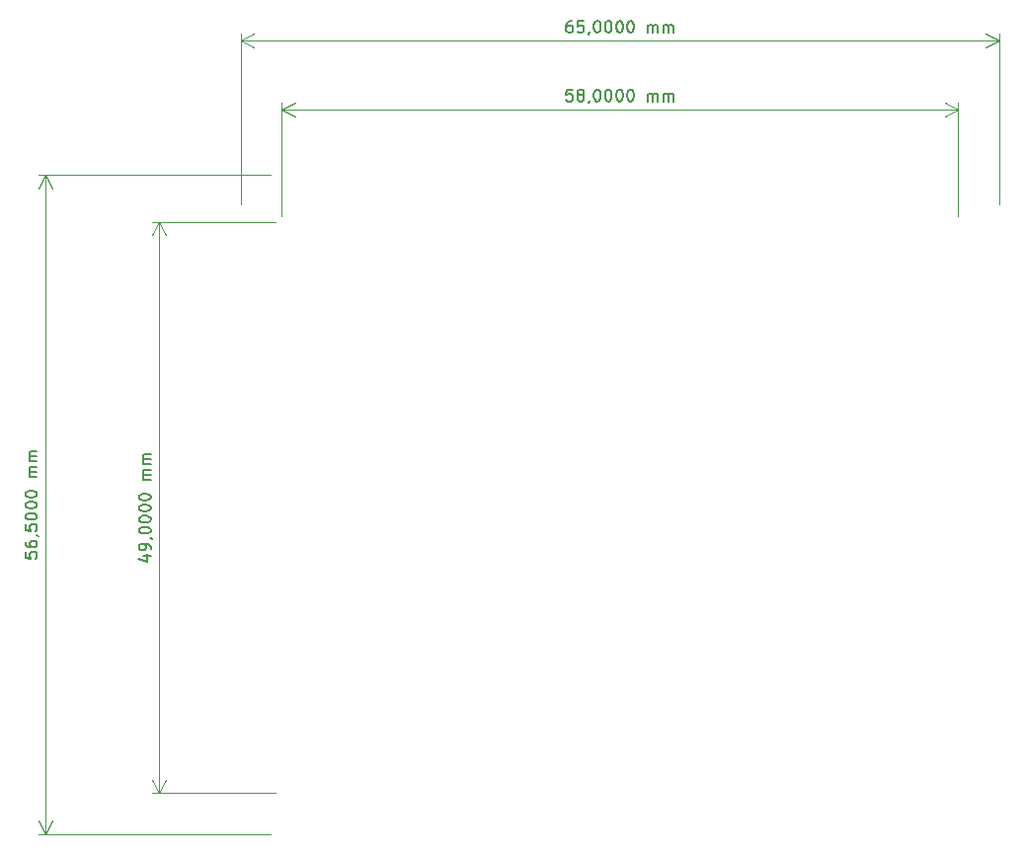
<source format=gbr>
G04 #@! TF.GenerationSoftware,KiCad,Pcbnew,8.0.6-8.0.6-0~ubuntu22.04.1*
G04 #@! TF.CreationDate,2024-11-13T10:01:41+01:00*
G04 #@! TF.ProjectId,INA228_hat,494e4132-3238-45f6-9861-742e6b696361,rev?*
G04 #@! TF.SameCoordinates,Original*
G04 #@! TF.FileFunction,OtherDrawing,Comment*
%FSLAX46Y46*%
G04 Gerber Fmt 4.6, Leading zero omitted, Abs format (unit mm)*
G04 Created by KiCad (PCBNEW 8.0.6-8.0.6-0~ubuntu22.04.1) date 2024-11-13 10:01:41*
%MOMM*%
%LPD*%
G01*
G04 APERTURE LIST*
%ADD10C,0.150000*%
%ADD11C,0.100000*%
G04 APERTURE END LIST*
D10*
X91588152Y-76142856D02*
X92254819Y-76142856D01*
X91207200Y-76380951D02*
X91921485Y-76619046D01*
X91921485Y-76619046D02*
X91921485Y-75999999D01*
X92254819Y-75571427D02*
X92254819Y-75380951D01*
X92254819Y-75380951D02*
X92207200Y-75285713D01*
X92207200Y-75285713D02*
X92159580Y-75238094D01*
X92159580Y-75238094D02*
X92016723Y-75142856D01*
X92016723Y-75142856D02*
X91826247Y-75095237D01*
X91826247Y-75095237D02*
X91445295Y-75095237D01*
X91445295Y-75095237D02*
X91350057Y-75142856D01*
X91350057Y-75142856D02*
X91302438Y-75190475D01*
X91302438Y-75190475D02*
X91254819Y-75285713D01*
X91254819Y-75285713D02*
X91254819Y-75476189D01*
X91254819Y-75476189D02*
X91302438Y-75571427D01*
X91302438Y-75571427D02*
X91350057Y-75619046D01*
X91350057Y-75619046D02*
X91445295Y-75666665D01*
X91445295Y-75666665D02*
X91683390Y-75666665D01*
X91683390Y-75666665D02*
X91778628Y-75619046D01*
X91778628Y-75619046D02*
X91826247Y-75571427D01*
X91826247Y-75571427D02*
X91873866Y-75476189D01*
X91873866Y-75476189D02*
X91873866Y-75285713D01*
X91873866Y-75285713D02*
X91826247Y-75190475D01*
X91826247Y-75190475D02*
X91778628Y-75142856D01*
X91778628Y-75142856D02*
X91683390Y-75095237D01*
X92207200Y-74619046D02*
X92254819Y-74619046D01*
X92254819Y-74619046D02*
X92350057Y-74666665D01*
X92350057Y-74666665D02*
X92397676Y-74714284D01*
X91254819Y-73999999D02*
X91254819Y-73904761D01*
X91254819Y-73904761D02*
X91302438Y-73809523D01*
X91302438Y-73809523D02*
X91350057Y-73761904D01*
X91350057Y-73761904D02*
X91445295Y-73714285D01*
X91445295Y-73714285D02*
X91635771Y-73666666D01*
X91635771Y-73666666D02*
X91873866Y-73666666D01*
X91873866Y-73666666D02*
X92064342Y-73714285D01*
X92064342Y-73714285D02*
X92159580Y-73761904D01*
X92159580Y-73761904D02*
X92207200Y-73809523D01*
X92207200Y-73809523D02*
X92254819Y-73904761D01*
X92254819Y-73904761D02*
X92254819Y-73999999D01*
X92254819Y-73999999D02*
X92207200Y-74095237D01*
X92207200Y-74095237D02*
X92159580Y-74142856D01*
X92159580Y-74142856D02*
X92064342Y-74190475D01*
X92064342Y-74190475D02*
X91873866Y-74238094D01*
X91873866Y-74238094D02*
X91635771Y-74238094D01*
X91635771Y-74238094D02*
X91445295Y-74190475D01*
X91445295Y-74190475D02*
X91350057Y-74142856D01*
X91350057Y-74142856D02*
X91302438Y-74095237D01*
X91302438Y-74095237D02*
X91254819Y-73999999D01*
X91254819Y-73047618D02*
X91254819Y-72952380D01*
X91254819Y-72952380D02*
X91302438Y-72857142D01*
X91302438Y-72857142D02*
X91350057Y-72809523D01*
X91350057Y-72809523D02*
X91445295Y-72761904D01*
X91445295Y-72761904D02*
X91635771Y-72714285D01*
X91635771Y-72714285D02*
X91873866Y-72714285D01*
X91873866Y-72714285D02*
X92064342Y-72761904D01*
X92064342Y-72761904D02*
X92159580Y-72809523D01*
X92159580Y-72809523D02*
X92207200Y-72857142D01*
X92207200Y-72857142D02*
X92254819Y-72952380D01*
X92254819Y-72952380D02*
X92254819Y-73047618D01*
X92254819Y-73047618D02*
X92207200Y-73142856D01*
X92207200Y-73142856D02*
X92159580Y-73190475D01*
X92159580Y-73190475D02*
X92064342Y-73238094D01*
X92064342Y-73238094D02*
X91873866Y-73285713D01*
X91873866Y-73285713D02*
X91635771Y-73285713D01*
X91635771Y-73285713D02*
X91445295Y-73238094D01*
X91445295Y-73238094D02*
X91350057Y-73190475D01*
X91350057Y-73190475D02*
X91302438Y-73142856D01*
X91302438Y-73142856D02*
X91254819Y-73047618D01*
X91254819Y-72095237D02*
X91254819Y-71999999D01*
X91254819Y-71999999D02*
X91302438Y-71904761D01*
X91302438Y-71904761D02*
X91350057Y-71857142D01*
X91350057Y-71857142D02*
X91445295Y-71809523D01*
X91445295Y-71809523D02*
X91635771Y-71761904D01*
X91635771Y-71761904D02*
X91873866Y-71761904D01*
X91873866Y-71761904D02*
X92064342Y-71809523D01*
X92064342Y-71809523D02*
X92159580Y-71857142D01*
X92159580Y-71857142D02*
X92207200Y-71904761D01*
X92207200Y-71904761D02*
X92254819Y-71999999D01*
X92254819Y-71999999D02*
X92254819Y-72095237D01*
X92254819Y-72095237D02*
X92207200Y-72190475D01*
X92207200Y-72190475D02*
X92159580Y-72238094D01*
X92159580Y-72238094D02*
X92064342Y-72285713D01*
X92064342Y-72285713D02*
X91873866Y-72333332D01*
X91873866Y-72333332D02*
X91635771Y-72333332D01*
X91635771Y-72333332D02*
X91445295Y-72285713D01*
X91445295Y-72285713D02*
X91350057Y-72238094D01*
X91350057Y-72238094D02*
X91302438Y-72190475D01*
X91302438Y-72190475D02*
X91254819Y-72095237D01*
X91254819Y-71142856D02*
X91254819Y-71047618D01*
X91254819Y-71047618D02*
X91302438Y-70952380D01*
X91302438Y-70952380D02*
X91350057Y-70904761D01*
X91350057Y-70904761D02*
X91445295Y-70857142D01*
X91445295Y-70857142D02*
X91635771Y-70809523D01*
X91635771Y-70809523D02*
X91873866Y-70809523D01*
X91873866Y-70809523D02*
X92064342Y-70857142D01*
X92064342Y-70857142D02*
X92159580Y-70904761D01*
X92159580Y-70904761D02*
X92207200Y-70952380D01*
X92207200Y-70952380D02*
X92254819Y-71047618D01*
X92254819Y-71047618D02*
X92254819Y-71142856D01*
X92254819Y-71142856D02*
X92207200Y-71238094D01*
X92207200Y-71238094D02*
X92159580Y-71285713D01*
X92159580Y-71285713D02*
X92064342Y-71333332D01*
X92064342Y-71333332D02*
X91873866Y-71380951D01*
X91873866Y-71380951D02*
X91635771Y-71380951D01*
X91635771Y-71380951D02*
X91445295Y-71333332D01*
X91445295Y-71333332D02*
X91350057Y-71285713D01*
X91350057Y-71285713D02*
X91302438Y-71238094D01*
X91302438Y-71238094D02*
X91254819Y-71142856D01*
X92254819Y-69619046D02*
X91588152Y-69619046D01*
X91683390Y-69619046D02*
X91635771Y-69571427D01*
X91635771Y-69571427D02*
X91588152Y-69476189D01*
X91588152Y-69476189D02*
X91588152Y-69333332D01*
X91588152Y-69333332D02*
X91635771Y-69238094D01*
X91635771Y-69238094D02*
X91731009Y-69190475D01*
X91731009Y-69190475D02*
X92254819Y-69190475D01*
X91731009Y-69190475D02*
X91635771Y-69142856D01*
X91635771Y-69142856D02*
X91588152Y-69047618D01*
X91588152Y-69047618D02*
X91588152Y-68904761D01*
X91588152Y-68904761D02*
X91635771Y-68809522D01*
X91635771Y-68809522D02*
X91731009Y-68761903D01*
X91731009Y-68761903D02*
X92254819Y-68761903D01*
X92254819Y-68285713D02*
X91588152Y-68285713D01*
X91683390Y-68285713D02*
X91635771Y-68238094D01*
X91635771Y-68238094D02*
X91588152Y-68142856D01*
X91588152Y-68142856D02*
X91588152Y-67999999D01*
X91588152Y-67999999D02*
X91635771Y-67904761D01*
X91635771Y-67904761D02*
X91731009Y-67857142D01*
X91731009Y-67857142D02*
X92254819Y-67857142D01*
X91731009Y-67857142D02*
X91635771Y-67809523D01*
X91635771Y-67809523D02*
X91588152Y-67714285D01*
X91588152Y-67714285D02*
X91588152Y-67571428D01*
X91588152Y-67571428D02*
X91635771Y-67476189D01*
X91635771Y-67476189D02*
X91731009Y-67428570D01*
X91731009Y-67428570D02*
X92254819Y-67428570D01*
D11*
X103000000Y-47500000D02*
X92363580Y-47500000D01*
X103000000Y-96500000D02*
X92363580Y-96500000D01*
X92950000Y-47500000D02*
X92950000Y-96500000D01*
X92950000Y-47500000D02*
X92950000Y-96500000D01*
X92950000Y-47500000D02*
X93536421Y-48626504D01*
X92950000Y-47500000D02*
X92363579Y-48626504D01*
X92950000Y-96500000D02*
X92363579Y-95373496D01*
X92950000Y-96500000D02*
X93536421Y-95373496D01*
D10*
X81504819Y-75845237D02*
X81504819Y-76321427D01*
X81504819Y-76321427D02*
X81981009Y-76369046D01*
X81981009Y-76369046D02*
X81933390Y-76321427D01*
X81933390Y-76321427D02*
X81885771Y-76226189D01*
X81885771Y-76226189D02*
X81885771Y-75988094D01*
X81885771Y-75988094D02*
X81933390Y-75892856D01*
X81933390Y-75892856D02*
X81981009Y-75845237D01*
X81981009Y-75845237D02*
X82076247Y-75797618D01*
X82076247Y-75797618D02*
X82314342Y-75797618D01*
X82314342Y-75797618D02*
X82409580Y-75845237D01*
X82409580Y-75845237D02*
X82457200Y-75892856D01*
X82457200Y-75892856D02*
X82504819Y-75988094D01*
X82504819Y-75988094D02*
X82504819Y-76226189D01*
X82504819Y-76226189D02*
X82457200Y-76321427D01*
X82457200Y-76321427D02*
X82409580Y-76369046D01*
X81504819Y-74940475D02*
X81504819Y-75130951D01*
X81504819Y-75130951D02*
X81552438Y-75226189D01*
X81552438Y-75226189D02*
X81600057Y-75273808D01*
X81600057Y-75273808D02*
X81742914Y-75369046D01*
X81742914Y-75369046D02*
X81933390Y-75416665D01*
X81933390Y-75416665D02*
X82314342Y-75416665D01*
X82314342Y-75416665D02*
X82409580Y-75369046D01*
X82409580Y-75369046D02*
X82457200Y-75321427D01*
X82457200Y-75321427D02*
X82504819Y-75226189D01*
X82504819Y-75226189D02*
X82504819Y-75035713D01*
X82504819Y-75035713D02*
X82457200Y-74940475D01*
X82457200Y-74940475D02*
X82409580Y-74892856D01*
X82409580Y-74892856D02*
X82314342Y-74845237D01*
X82314342Y-74845237D02*
X82076247Y-74845237D01*
X82076247Y-74845237D02*
X81981009Y-74892856D01*
X81981009Y-74892856D02*
X81933390Y-74940475D01*
X81933390Y-74940475D02*
X81885771Y-75035713D01*
X81885771Y-75035713D02*
X81885771Y-75226189D01*
X81885771Y-75226189D02*
X81933390Y-75321427D01*
X81933390Y-75321427D02*
X81981009Y-75369046D01*
X81981009Y-75369046D02*
X82076247Y-75416665D01*
X82457200Y-74369046D02*
X82504819Y-74369046D01*
X82504819Y-74369046D02*
X82600057Y-74416665D01*
X82600057Y-74416665D02*
X82647676Y-74464284D01*
X81504819Y-73464285D02*
X81504819Y-73940475D01*
X81504819Y-73940475D02*
X81981009Y-73988094D01*
X81981009Y-73988094D02*
X81933390Y-73940475D01*
X81933390Y-73940475D02*
X81885771Y-73845237D01*
X81885771Y-73845237D02*
X81885771Y-73607142D01*
X81885771Y-73607142D02*
X81933390Y-73511904D01*
X81933390Y-73511904D02*
X81981009Y-73464285D01*
X81981009Y-73464285D02*
X82076247Y-73416666D01*
X82076247Y-73416666D02*
X82314342Y-73416666D01*
X82314342Y-73416666D02*
X82409580Y-73464285D01*
X82409580Y-73464285D02*
X82457200Y-73511904D01*
X82457200Y-73511904D02*
X82504819Y-73607142D01*
X82504819Y-73607142D02*
X82504819Y-73845237D01*
X82504819Y-73845237D02*
X82457200Y-73940475D01*
X82457200Y-73940475D02*
X82409580Y-73988094D01*
X81504819Y-72797618D02*
X81504819Y-72702380D01*
X81504819Y-72702380D02*
X81552438Y-72607142D01*
X81552438Y-72607142D02*
X81600057Y-72559523D01*
X81600057Y-72559523D02*
X81695295Y-72511904D01*
X81695295Y-72511904D02*
X81885771Y-72464285D01*
X81885771Y-72464285D02*
X82123866Y-72464285D01*
X82123866Y-72464285D02*
X82314342Y-72511904D01*
X82314342Y-72511904D02*
X82409580Y-72559523D01*
X82409580Y-72559523D02*
X82457200Y-72607142D01*
X82457200Y-72607142D02*
X82504819Y-72702380D01*
X82504819Y-72702380D02*
X82504819Y-72797618D01*
X82504819Y-72797618D02*
X82457200Y-72892856D01*
X82457200Y-72892856D02*
X82409580Y-72940475D01*
X82409580Y-72940475D02*
X82314342Y-72988094D01*
X82314342Y-72988094D02*
X82123866Y-73035713D01*
X82123866Y-73035713D02*
X81885771Y-73035713D01*
X81885771Y-73035713D02*
X81695295Y-72988094D01*
X81695295Y-72988094D02*
X81600057Y-72940475D01*
X81600057Y-72940475D02*
X81552438Y-72892856D01*
X81552438Y-72892856D02*
X81504819Y-72797618D01*
X81504819Y-71845237D02*
X81504819Y-71749999D01*
X81504819Y-71749999D02*
X81552438Y-71654761D01*
X81552438Y-71654761D02*
X81600057Y-71607142D01*
X81600057Y-71607142D02*
X81695295Y-71559523D01*
X81695295Y-71559523D02*
X81885771Y-71511904D01*
X81885771Y-71511904D02*
X82123866Y-71511904D01*
X82123866Y-71511904D02*
X82314342Y-71559523D01*
X82314342Y-71559523D02*
X82409580Y-71607142D01*
X82409580Y-71607142D02*
X82457200Y-71654761D01*
X82457200Y-71654761D02*
X82504819Y-71749999D01*
X82504819Y-71749999D02*
X82504819Y-71845237D01*
X82504819Y-71845237D02*
X82457200Y-71940475D01*
X82457200Y-71940475D02*
X82409580Y-71988094D01*
X82409580Y-71988094D02*
X82314342Y-72035713D01*
X82314342Y-72035713D02*
X82123866Y-72083332D01*
X82123866Y-72083332D02*
X81885771Y-72083332D01*
X81885771Y-72083332D02*
X81695295Y-72035713D01*
X81695295Y-72035713D02*
X81600057Y-71988094D01*
X81600057Y-71988094D02*
X81552438Y-71940475D01*
X81552438Y-71940475D02*
X81504819Y-71845237D01*
X81504819Y-70892856D02*
X81504819Y-70797618D01*
X81504819Y-70797618D02*
X81552438Y-70702380D01*
X81552438Y-70702380D02*
X81600057Y-70654761D01*
X81600057Y-70654761D02*
X81695295Y-70607142D01*
X81695295Y-70607142D02*
X81885771Y-70559523D01*
X81885771Y-70559523D02*
X82123866Y-70559523D01*
X82123866Y-70559523D02*
X82314342Y-70607142D01*
X82314342Y-70607142D02*
X82409580Y-70654761D01*
X82409580Y-70654761D02*
X82457200Y-70702380D01*
X82457200Y-70702380D02*
X82504819Y-70797618D01*
X82504819Y-70797618D02*
X82504819Y-70892856D01*
X82504819Y-70892856D02*
X82457200Y-70988094D01*
X82457200Y-70988094D02*
X82409580Y-71035713D01*
X82409580Y-71035713D02*
X82314342Y-71083332D01*
X82314342Y-71083332D02*
X82123866Y-71130951D01*
X82123866Y-71130951D02*
X81885771Y-71130951D01*
X81885771Y-71130951D02*
X81695295Y-71083332D01*
X81695295Y-71083332D02*
X81600057Y-71035713D01*
X81600057Y-71035713D02*
X81552438Y-70988094D01*
X81552438Y-70988094D02*
X81504819Y-70892856D01*
X82504819Y-69369046D02*
X81838152Y-69369046D01*
X81933390Y-69369046D02*
X81885771Y-69321427D01*
X81885771Y-69321427D02*
X81838152Y-69226189D01*
X81838152Y-69226189D02*
X81838152Y-69083332D01*
X81838152Y-69083332D02*
X81885771Y-68988094D01*
X81885771Y-68988094D02*
X81981009Y-68940475D01*
X81981009Y-68940475D02*
X82504819Y-68940475D01*
X81981009Y-68940475D02*
X81885771Y-68892856D01*
X81885771Y-68892856D02*
X81838152Y-68797618D01*
X81838152Y-68797618D02*
X81838152Y-68654761D01*
X81838152Y-68654761D02*
X81885771Y-68559522D01*
X81885771Y-68559522D02*
X81981009Y-68511903D01*
X81981009Y-68511903D02*
X82504819Y-68511903D01*
X82504819Y-68035713D02*
X81838152Y-68035713D01*
X81933390Y-68035713D02*
X81885771Y-67988094D01*
X81885771Y-67988094D02*
X81838152Y-67892856D01*
X81838152Y-67892856D02*
X81838152Y-67749999D01*
X81838152Y-67749999D02*
X81885771Y-67654761D01*
X81885771Y-67654761D02*
X81981009Y-67607142D01*
X81981009Y-67607142D02*
X82504819Y-67607142D01*
X81981009Y-67607142D02*
X81885771Y-67559523D01*
X81885771Y-67559523D02*
X81838152Y-67464285D01*
X81838152Y-67464285D02*
X81838152Y-67321428D01*
X81838152Y-67321428D02*
X81885771Y-67226189D01*
X81885771Y-67226189D02*
X81981009Y-67178570D01*
X81981009Y-67178570D02*
X82504819Y-67178570D01*
D11*
X102500000Y-43500000D02*
X82613580Y-43500000D01*
X102500000Y-100000000D02*
X82613580Y-100000000D01*
X83200000Y-43500000D02*
X83200000Y-100000000D01*
X83200000Y-43500000D02*
X83200000Y-100000000D01*
X83200000Y-43500000D02*
X83786421Y-44626504D01*
X83200000Y-43500000D02*
X82613579Y-44626504D01*
X83200000Y-100000000D02*
X82613579Y-98873496D01*
X83200000Y-100000000D02*
X83786421Y-98873496D01*
D10*
X128404762Y-36154820D02*
X127928572Y-36154820D01*
X127928572Y-36154820D02*
X127880953Y-36631010D01*
X127880953Y-36631010D02*
X127928572Y-36583391D01*
X127928572Y-36583391D02*
X128023810Y-36535772D01*
X128023810Y-36535772D02*
X128261905Y-36535772D01*
X128261905Y-36535772D02*
X128357143Y-36583391D01*
X128357143Y-36583391D02*
X128404762Y-36631010D01*
X128404762Y-36631010D02*
X128452381Y-36726248D01*
X128452381Y-36726248D02*
X128452381Y-36964343D01*
X128452381Y-36964343D02*
X128404762Y-37059581D01*
X128404762Y-37059581D02*
X128357143Y-37107201D01*
X128357143Y-37107201D02*
X128261905Y-37154820D01*
X128261905Y-37154820D02*
X128023810Y-37154820D01*
X128023810Y-37154820D02*
X127928572Y-37107201D01*
X127928572Y-37107201D02*
X127880953Y-37059581D01*
X129023810Y-36583391D02*
X128928572Y-36535772D01*
X128928572Y-36535772D02*
X128880953Y-36488153D01*
X128880953Y-36488153D02*
X128833334Y-36392915D01*
X128833334Y-36392915D02*
X128833334Y-36345296D01*
X128833334Y-36345296D02*
X128880953Y-36250058D01*
X128880953Y-36250058D02*
X128928572Y-36202439D01*
X128928572Y-36202439D02*
X129023810Y-36154820D01*
X129023810Y-36154820D02*
X129214286Y-36154820D01*
X129214286Y-36154820D02*
X129309524Y-36202439D01*
X129309524Y-36202439D02*
X129357143Y-36250058D01*
X129357143Y-36250058D02*
X129404762Y-36345296D01*
X129404762Y-36345296D02*
X129404762Y-36392915D01*
X129404762Y-36392915D02*
X129357143Y-36488153D01*
X129357143Y-36488153D02*
X129309524Y-36535772D01*
X129309524Y-36535772D02*
X129214286Y-36583391D01*
X129214286Y-36583391D02*
X129023810Y-36583391D01*
X129023810Y-36583391D02*
X128928572Y-36631010D01*
X128928572Y-36631010D02*
X128880953Y-36678629D01*
X128880953Y-36678629D02*
X128833334Y-36773867D01*
X128833334Y-36773867D02*
X128833334Y-36964343D01*
X128833334Y-36964343D02*
X128880953Y-37059581D01*
X128880953Y-37059581D02*
X128928572Y-37107201D01*
X128928572Y-37107201D02*
X129023810Y-37154820D01*
X129023810Y-37154820D02*
X129214286Y-37154820D01*
X129214286Y-37154820D02*
X129309524Y-37107201D01*
X129309524Y-37107201D02*
X129357143Y-37059581D01*
X129357143Y-37059581D02*
X129404762Y-36964343D01*
X129404762Y-36964343D02*
X129404762Y-36773867D01*
X129404762Y-36773867D02*
X129357143Y-36678629D01*
X129357143Y-36678629D02*
X129309524Y-36631010D01*
X129309524Y-36631010D02*
X129214286Y-36583391D01*
X129880953Y-37107201D02*
X129880953Y-37154820D01*
X129880953Y-37154820D02*
X129833334Y-37250058D01*
X129833334Y-37250058D02*
X129785715Y-37297677D01*
X130500000Y-36154820D02*
X130595238Y-36154820D01*
X130595238Y-36154820D02*
X130690476Y-36202439D01*
X130690476Y-36202439D02*
X130738095Y-36250058D01*
X130738095Y-36250058D02*
X130785714Y-36345296D01*
X130785714Y-36345296D02*
X130833333Y-36535772D01*
X130833333Y-36535772D02*
X130833333Y-36773867D01*
X130833333Y-36773867D02*
X130785714Y-36964343D01*
X130785714Y-36964343D02*
X130738095Y-37059581D01*
X130738095Y-37059581D02*
X130690476Y-37107201D01*
X130690476Y-37107201D02*
X130595238Y-37154820D01*
X130595238Y-37154820D02*
X130500000Y-37154820D01*
X130500000Y-37154820D02*
X130404762Y-37107201D01*
X130404762Y-37107201D02*
X130357143Y-37059581D01*
X130357143Y-37059581D02*
X130309524Y-36964343D01*
X130309524Y-36964343D02*
X130261905Y-36773867D01*
X130261905Y-36773867D02*
X130261905Y-36535772D01*
X130261905Y-36535772D02*
X130309524Y-36345296D01*
X130309524Y-36345296D02*
X130357143Y-36250058D01*
X130357143Y-36250058D02*
X130404762Y-36202439D01*
X130404762Y-36202439D02*
X130500000Y-36154820D01*
X131452381Y-36154820D02*
X131547619Y-36154820D01*
X131547619Y-36154820D02*
X131642857Y-36202439D01*
X131642857Y-36202439D02*
X131690476Y-36250058D01*
X131690476Y-36250058D02*
X131738095Y-36345296D01*
X131738095Y-36345296D02*
X131785714Y-36535772D01*
X131785714Y-36535772D02*
X131785714Y-36773867D01*
X131785714Y-36773867D02*
X131738095Y-36964343D01*
X131738095Y-36964343D02*
X131690476Y-37059581D01*
X131690476Y-37059581D02*
X131642857Y-37107201D01*
X131642857Y-37107201D02*
X131547619Y-37154820D01*
X131547619Y-37154820D02*
X131452381Y-37154820D01*
X131452381Y-37154820D02*
X131357143Y-37107201D01*
X131357143Y-37107201D02*
X131309524Y-37059581D01*
X131309524Y-37059581D02*
X131261905Y-36964343D01*
X131261905Y-36964343D02*
X131214286Y-36773867D01*
X131214286Y-36773867D02*
X131214286Y-36535772D01*
X131214286Y-36535772D02*
X131261905Y-36345296D01*
X131261905Y-36345296D02*
X131309524Y-36250058D01*
X131309524Y-36250058D02*
X131357143Y-36202439D01*
X131357143Y-36202439D02*
X131452381Y-36154820D01*
X132404762Y-36154820D02*
X132500000Y-36154820D01*
X132500000Y-36154820D02*
X132595238Y-36202439D01*
X132595238Y-36202439D02*
X132642857Y-36250058D01*
X132642857Y-36250058D02*
X132690476Y-36345296D01*
X132690476Y-36345296D02*
X132738095Y-36535772D01*
X132738095Y-36535772D02*
X132738095Y-36773867D01*
X132738095Y-36773867D02*
X132690476Y-36964343D01*
X132690476Y-36964343D02*
X132642857Y-37059581D01*
X132642857Y-37059581D02*
X132595238Y-37107201D01*
X132595238Y-37107201D02*
X132500000Y-37154820D01*
X132500000Y-37154820D02*
X132404762Y-37154820D01*
X132404762Y-37154820D02*
X132309524Y-37107201D01*
X132309524Y-37107201D02*
X132261905Y-37059581D01*
X132261905Y-37059581D02*
X132214286Y-36964343D01*
X132214286Y-36964343D02*
X132166667Y-36773867D01*
X132166667Y-36773867D02*
X132166667Y-36535772D01*
X132166667Y-36535772D02*
X132214286Y-36345296D01*
X132214286Y-36345296D02*
X132261905Y-36250058D01*
X132261905Y-36250058D02*
X132309524Y-36202439D01*
X132309524Y-36202439D02*
X132404762Y-36154820D01*
X133357143Y-36154820D02*
X133452381Y-36154820D01*
X133452381Y-36154820D02*
X133547619Y-36202439D01*
X133547619Y-36202439D02*
X133595238Y-36250058D01*
X133595238Y-36250058D02*
X133642857Y-36345296D01*
X133642857Y-36345296D02*
X133690476Y-36535772D01*
X133690476Y-36535772D02*
X133690476Y-36773867D01*
X133690476Y-36773867D02*
X133642857Y-36964343D01*
X133642857Y-36964343D02*
X133595238Y-37059581D01*
X133595238Y-37059581D02*
X133547619Y-37107201D01*
X133547619Y-37107201D02*
X133452381Y-37154820D01*
X133452381Y-37154820D02*
X133357143Y-37154820D01*
X133357143Y-37154820D02*
X133261905Y-37107201D01*
X133261905Y-37107201D02*
X133214286Y-37059581D01*
X133214286Y-37059581D02*
X133166667Y-36964343D01*
X133166667Y-36964343D02*
X133119048Y-36773867D01*
X133119048Y-36773867D02*
X133119048Y-36535772D01*
X133119048Y-36535772D02*
X133166667Y-36345296D01*
X133166667Y-36345296D02*
X133214286Y-36250058D01*
X133214286Y-36250058D02*
X133261905Y-36202439D01*
X133261905Y-36202439D02*
X133357143Y-36154820D01*
X134880953Y-37154820D02*
X134880953Y-36488153D01*
X134880953Y-36583391D02*
X134928572Y-36535772D01*
X134928572Y-36535772D02*
X135023810Y-36488153D01*
X135023810Y-36488153D02*
X135166667Y-36488153D01*
X135166667Y-36488153D02*
X135261905Y-36535772D01*
X135261905Y-36535772D02*
X135309524Y-36631010D01*
X135309524Y-36631010D02*
X135309524Y-37154820D01*
X135309524Y-36631010D02*
X135357143Y-36535772D01*
X135357143Y-36535772D02*
X135452381Y-36488153D01*
X135452381Y-36488153D02*
X135595238Y-36488153D01*
X135595238Y-36488153D02*
X135690477Y-36535772D01*
X135690477Y-36535772D02*
X135738096Y-36631010D01*
X135738096Y-36631010D02*
X135738096Y-37154820D01*
X136214286Y-37154820D02*
X136214286Y-36488153D01*
X136214286Y-36583391D02*
X136261905Y-36535772D01*
X136261905Y-36535772D02*
X136357143Y-36488153D01*
X136357143Y-36488153D02*
X136500000Y-36488153D01*
X136500000Y-36488153D02*
X136595238Y-36535772D01*
X136595238Y-36535772D02*
X136642857Y-36631010D01*
X136642857Y-36631010D02*
X136642857Y-37154820D01*
X136642857Y-36631010D02*
X136690476Y-36535772D01*
X136690476Y-36535772D02*
X136785714Y-36488153D01*
X136785714Y-36488153D02*
X136928571Y-36488153D01*
X136928571Y-36488153D02*
X137023810Y-36535772D01*
X137023810Y-36535772D02*
X137071429Y-36631010D01*
X137071429Y-36631010D02*
X137071429Y-37154820D01*
D11*
X161500000Y-47000000D02*
X161500000Y-37263581D01*
X103500000Y-47000000D02*
X103500000Y-37263581D01*
X161500000Y-37850001D02*
X103500000Y-37850001D01*
X161500000Y-37850001D02*
X103500000Y-37850001D01*
X161500000Y-37850001D02*
X160373496Y-38436422D01*
X161500000Y-37850001D02*
X160373496Y-37263580D01*
X103500000Y-37850001D02*
X104626504Y-37263580D01*
X103500000Y-37850001D02*
X104626504Y-38436422D01*
D10*
X128357143Y-30254819D02*
X128166667Y-30254819D01*
X128166667Y-30254819D02*
X128071429Y-30302438D01*
X128071429Y-30302438D02*
X128023810Y-30350057D01*
X128023810Y-30350057D02*
X127928572Y-30492914D01*
X127928572Y-30492914D02*
X127880953Y-30683390D01*
X127880953Y-30683390D02*
X127880953Y-31064342D01*
X127880953Y-31064342D02*
X127928572Y-31159580D01*
X127928572Y-31159580D02*
X127976191Y-31207200D01*
X127976191Y-31207200D02*
X128071429Y-31254819D01*
X128071429Y-31254819D02*
X128261905Y-31254819D01*
X128261905Y-31254819D02*
X128357143Y-31207200D01*
X128357143Y-31207200D02*
X128404762Y-31159580D01*
X128404762Y-31159580D02*
X128452381Y-31064342D01*
X128452381Y-31064342D02*
X128452381Y-30826247D01*
X128452381Y-30826247D02*
X128404762Y-30731009D01*
X128404762Y-30731009D02*
X128357143Y-30683390D01*
X128357143Y-30683390D02*
X128261905Y-30635771D01*
X128261905Y-30635771D02*
X128071429Y-30635771D01*
X128071429Y-30635771D02*
X127976191Y-30683390D01*
X127976191Y-30683390D02*
X127928572Y-30731009D01*
X127928572Y-30731009D02*
X127880953Y-30826247D01*
X129357143Y-30254819D02*
X128880953Y-30254819D01*
X128880953Y-30254819D02*
X128833334Y-30731009D01*
X128833334Y-30731009D02*
X128880953Y-30683390D01*
X128880953Y-30683390D02*
X128976191Y-30635771D01*
X128976191Y-30635771D02*
X129214286Y-30635771D01*
X129214286Y-30635771D02*
X129309524Y-30683390D01*
X129309524Y-30683390D02*
X129357143Y-30731009D01*
X129357143Y-30731009D02*
X129404762Y-30826247D01*
X129404762Y-30826247D02*
X129404762Y-31064342D01*
X129404762Y-31064342D02*
X129357143Y-31159580D01*
X129357143Y-31159580D02*
X129309524Y-31207200D01*
X129309524Y-31207200D02*
X129214286Y-31254819D01*
X129214286Y-31254819D02*
X128976191Y-31254819D01*
X128976191Y-31254819D02*
X128880953Y-31207200D01*
X128880953Y-31207200D02*
X128833334Y-31159580D01*
X129880953Y-31207200D02*
X129880953Y-31254819D01*
X129880953Y-31254819D02*
X129833334Y-31350057D01*
X129833334Y-31350057D02*
X129785715Y-31397676D01*
X130500000Y-30254819D02*
X130595238Y-30254819D01*
X130595238Y-30254819D02*
X130690476Y-30302438D01*
X130690476Y-30302438D02*
X130738095Y-30350057D01*
X130738095Y-30350057D02*
X130785714Y-30445295D01*
X130785714Y-30445295D02*
X130833333Y-30635771D01*
X130833333Y-30635771D02*
X130833333Y-30873866D01*
X130833333Y-30873866D02*
X130785714Y-31064342D01*
X130785714Y-31064342D02*
X130738095Y-31159580D01*
X130738095Y-31159580D02*
X130690476Y-31207200D01*
X130690476Y-31207200D02*
X130595238Y-31254819D01*
X130595238Y-31254819D02*
X130500000Y-31254819D01*
X130500000Y-31254819D02*
X130404762Y-31207200D01*
X130404762Y-31207200D02*
X130357143Y-31159580D01*
X130357143Y-31159580D02*
X130309524Y-31064342D01*
X130309524Y-31064342D02*
X130261905Y-30873866D01*
X130261905Y-30873866D02*
X130261905Y-30635771D01*
X130261905Y-30635771D02*
X130309524Y-30445295D01*
X130309524Y-30445295D02*
X130357143Y-30350057D01*
X130357143Y-30350057D02*
X130404762Y-30302438D01*
X130404762Y-30302438D02*
X130500000Y-30254819D01*
X131452381Y-30254819D02*
X131547619Y-30254819D01*
X131547619Y-30254819D02*
X131642857Y-30302438D01*
X131642857Y-30302438D02*
X131690476Y-30350057D01*
X131690476Y-30350057D02*
X131738095Y-30445295D01*
X131738095Y-30445295D02*
X131785714Y-30635771D01*
X131785714Y-30635771D02*
X131785714Y-30873866D01*
X131785714Y-30873866D02*
X131738095Y-31064342D01*
X131738095Y-31064342D02*
X131690476Y-31159580D01*
X131690476Y-31159580D02*
X131642857Y-31207200D01*
X131642857Y-31207200D02*
X131547619Y-31254819D01*
X131547619Y-31254819D02*
X131452381Y-31254819D01*
X131452381Y-31254819D02*
X131357143Y-31207200D01*
X131357143Y-31207200D02*
X131309524Y-31159580D01*
X131309524Y-31159580D02*
X131261905Y-31064342D01*
X131261905Y-31064342D02*
X131214286Y-30873866D01*
X131214286Y-30873866D02*
X131214286Y-30635771D01*
X131214286Y-30635771D02*
X131261905Y-30445295D01*
X131261905Y-30445295D02*
X131309524Y-30350057D01*
X131309524Y-30350057D02*
X131357143Y-30302438D01*
X131357143Y-30302438D02*
X131452381Y-30254819D01*
X132404762Y-30254819D02*
X132500000Y-30254819D01*
X132500000Y-30254819D02*
X132595238Y-30302438D01*
X132595238Y-30302438D02*
X132642857Y-30350057D01*
X132642857Y-30350057D02*
X132690476Y-30445295D01*
X132690476Y-30445295D02*
X132738095Y-30635771D01*
X132738095Y-30635771D02*
X132738095Y-30873866D01*
X132738095Y-30873866D02*
X132690476Y-31064342D01*
X132690476Y-31064342D02*
X132642857Y-31159580D01*
X132642857Y-31159580D02*
X132595238Y-31207200D01*
X132595238Y-31207200D02*
X132500000Y-31254819D01*
X132500000Y-31254819D02*
X132404762Y-31254819D01*
X132404762Y-31254819D02*
X132309524Y-31207200D01*
X132309524Y-31207200D02*
X132261905Y-31159580D01*
X132261905Y-31159580D02*
X132214286Y-31064342D01*
X132214286Y-31064342D02*
X132166667Y-30873866D01*
X132166667Y-30873866D02*
X132166667Y-30635771D01*
X132166667Y-30635771D02*
X132214286Y-30445295D01*
X132214286Y-30445295D02*
X132261905Y-30350057D01*
X132261905Y-30350057D02*
X132309524Y-30302438D01*
X132309524Y-30302438D02*
X132404762Y-30254819D01*
X133357143Y-30254819D02*
X133452381Y-30254819D01*
X133452381Y-30254819D02*
X133547619Y-30302438D01*
X133547619Y-30302438D02*
X133595238Y-30350057D01*
X133595238Y-30350057D02*
X133642857Y-30445295D01*
X133642857Y-30445295D02*
X133690476Y-30635771D01*
X133690476Y-30635771D02*
X133690476Y-30873866D01*
X133690476Y-30873866D02*
X133642857Y-31064342D01*
X133642857Y-31064342D02*
X133595238Y-31159580D01*
X133595238Y-31159580D02*
X133547619Y-31207200D01*
X133547619Y-31207200D02*
X133452381Y-31254819D01*
X133452381Y-31254819D02*
X133357143Y-31254819D01*
X133357143Y-31254819D02*
X133261905Y-31207200D01*
X133261905Y-31207200D02*
X133214286Y-31159580D01*
X133214286Y-31159580D02*
X133166667Y-31064342D01*
X133166667Y-31064342D02*
X133119048Y-30873866D01*
X133119048Y-30873866D02*
X133119048Y-30635771D01*
X133119048Y-30635771D02*
X133166667Y-30445295D01*
X133166667Y-30445295D02*
X133214286Y-30350057D01*
X133214286Y-30350057D02*
X133261905Y-30302438D01*
X133261905Y-30302438D02*
X133357143Y-30254819D01*
X134880953Y-31254819D02*
X134880953Y-30588152D01*
X134880953Y-30683390D02*
X134928572Y-30635771D01*
X134928572Y-30635771D02*
X135023810Y-30588152D01*
X135023810Y-30588152D02*
X135166667Y-30588152D01*
X135166667Y-30588152D02*
X135261905Y-30635771D01*
X135261905Y-30635771D02*
X135309524Y-30731009D01*
X135309524Y-30731009D02*
X135309524Y-31254819D01*
X135309524Y-30731009D02*
X135357143Y-30635771D01*
X135357143Y-30635771D02*
X135452381Y-30588152D01*
X135452381Y-30588152D02*
X135595238Y-30588152D01*
X135595238Y-30588152D02*
X135690477Y-30635771D01*
X135690477Y-30635771D02*
X135738096Y-30731009D01*
X135738096Y-30731009D02*
X135738096Y-31254819D01*
X136214286Y-31254819D02*
X136214286Y-30588152D01*
X136214286Y-30683390D02*
X136261905Y-30635771D01*
X136261905Y-30635771D02*
X136357143Y-30588152D01*
X136357143Y-30588152D02*
X136500000Y-30588152D01*
X136500000Y-30588152D02*
X136595238Y-30635771D01*
X136595238Y-30635771D02*
X136642857Y-30731009D01*
X136642857Y-30731009D02*
X136642857Y-31254819D01*
X136642857Y-30731009D02*
X136690476Y-30635771D01*
X136690476Y-30635771D02*
X136785714Y-30588152D01*
X136785714Y-30588152D02*
X136928571Y-30588152D01*
X136928571Y-30588152D02*
X137023810Y-30635771D01*
X137023810Y-30635771D02*
X137071429Y-30731009D01*
X137071429Y-30731009D02*
X137071429Y-31254819D01*
D11*
X100000000Y-46000000D02*
X100000000Y-31363580D01*
X165000000Y-46000000D02*
X165000000Y-31363580D01*
X100000000Y-31950000D02*
X165000000Y-31950000D01*
X100000000Y-31950000D02*
X165000000Y-31950000D01*
X100000000Y-31950000D02*
X101126504Y-31363579D01*
X100000000Y-31950000D02*
X101126504Y-32536421D01*
X165000000Y-31950000D02*
X163873496Y-32536421D01*
X165000000Y-31950000D02*
X163873496Y-31363579D01*
M02*

</source>
